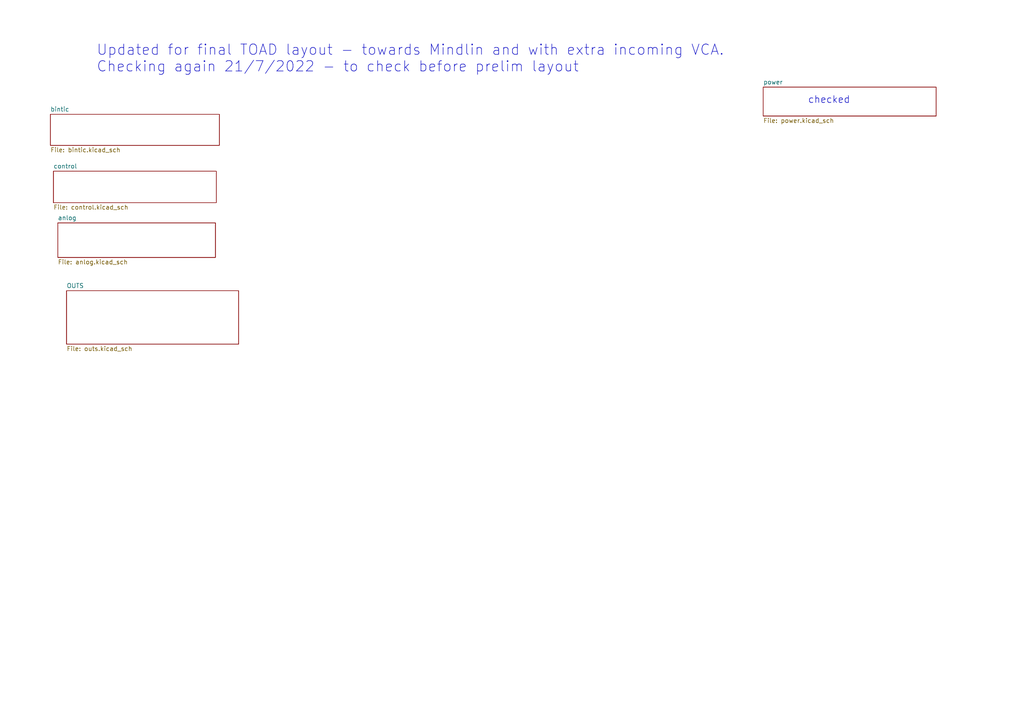
<source format=kicad_sch>
(kicad_sch (version 20211123) (generator eeschema)
  (paper "A4")
  (lib_symbols)
  (text "Updated for final TOAD layout - towards Mindlin and with extra incoming VCA.\nChecking again 21/7/2022 - to check before prelim layout" (at 27.94 21.209 0) (effects (font (size 2.9972 2.9972)) (justify left bottom)))
  (text "checked" (at 234.315 30.226 0) (effects (font (size 2.0066 2.0066)) (justify left bottom)))
  (sheet (at 221.361 25.273) (size 50.165 8.382)
    (property "Sheet name" "power" (at 221.361 24.5614 0) (effects (justify left bottom)))
    (property "Sheet file" "power.kicad_sch" (at 221.361 34.2396 0) (effects (justify left top)))
  )
  (sheet (at 14.605 33.147) (size 49.022 9.017)
    (property "Sheet name" "bintic" (at 14.605 32.4354 0) (effects (justify left bottom)))
    (property "Sheet file" "bintic.kicad_sch" (at 14.605 42.7486 0) (effects (justify left top)))
  )
  (sheet (at 15.494 49.657) (size 47.244 9.144)
    (property "Sheet name" "control" (at 15.494 48.9454 0) (effects (justify left bottom)))
    (property "Sheet file" "control.kicad_sch" (at 15.494 59.3856 0) (effects (justify left top)))
  )
  (sheet (at 16.764 64.643) (size 45.72 10.033)
    (property "Sheet name" "anlog" (at 16.764 63.9314 0) (effects (justify left bottom)))
    (property "Sheet file" "anlog.kicad_sch" (at 16.764 75.2606 0) (effects (justify left top)))
  )
  (sheet (at 19.304 84.328) (size 49.911 15.494)
    (property "Sheet name" "OUTS" (at 19.304 83.6164 0) (effects (justify left bottom)))
    (property "Sheet file" "outs.kicad_sch" (at 19.304 100.4066 0) (effects (justify left top)))
  )
)
</source>
